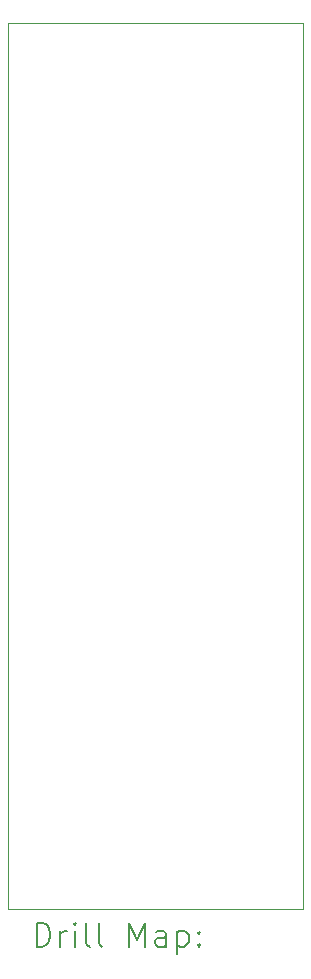
<source format=gbr>
%TF.GenerationSoftware,KiCad,Pcbnew,7.0.1-3b83917a11~171~ubuntu22.04.1*%
%TF.CreationDate,2023-04-15T23:20:16+01:00*%
%TF.ProjectId,spe_dongle,7370655f-646f-46e6-976c-652e6b696361,1.0*%
%TF.SameCoordinates,Original*%
%TF.FileFunction,Drillmap*%
%TF.FilePolarity,Positive*%
%FSLAX45Y45*%
G04 Gerber Fmt 4.5, Leading zero omitted, Abs format (unit mm)*
G04 Created by KiCad (PCBNEW 7.0.1-3b83917a11~171~ubuntu22.04.1) date 2023-04-15 23:20:16*
%MOMM*%
%LPD*%
G01*
G04 APERTURE LIST*
%ADD10C,0.100000*%
%ADD11C,0.200000*%
G04 APERTURE END LIST*
D10*
X13750000Y-5000000D02*
X16250000Y-5000000D01*
X16250000Y-12500000D01*
X13750000Y-12500000D01*
X13750000Y-5000000D01*
D11*
X13992619Y-12817524D02*
X13992619Y-12617524D01*
X13992619Y-12617524D02*
X14040238Y-12617524D01*
X14040238Y-12617524D02*
X14068809Y-12627048D01*
X14068809Y-12627048D02*
X14087857Y-12646095D01*
X14087857Y-12646095D02*
X14097381Y-12665143D01*
X14097381Y-12665143D02*
X14106905Y-12703238D01*
X14106905Y-12703238D02*
X14106905Y-12731809D01*
X14106905Y-12731809D02*
X14097381Y-12769905D01*
X14097381Y-12769905D02*
X14087857Y-12788952D01*
X14087857Y-12788952D02*
X14068809Y-12808000D01*
X14068809Y-12808000D02*
X14040238Y-12817524D01*
X14040238Y-12817524D02*
X13992619Y-12817524D01*
X14192619Y-12817524D02*
X14192619Y-12684190D01*
X14192619Y-12722286D02*
X14202143Y-12703238D01*
X14202143Y-12703238D02*
X14211667Y-12693714D01*
X14211667Y-12693714D02*
X14230714Y-12684190D01*
X14230714Y-12684190D02*
X14249762Y-12684190D01*
X14316428Y-12817524D02*
X14316428Y-12684190D01*
X14316428Y-12617524D02*
X14306905Y-12627048D01*
X14306905Y-12627048D02*
X14316428Y-12636571D01*
X14316428Y-12636571D02*
X14325952Y-12627048D01*
X14325952Y-12627048D02*
X14316428Y-12617524D01*
X14316428Y-12617524D02*
X14316428Y-12636571D01*
X14440238Y-12817524D02*
X14421190Y-12808000D01*
X14421190Y-12808000D02*
X14411667Y-12788952D01*
X14411667Y-12788952D02*
X14411667Y-12617524D01*
X14545000Y-12817524D02*
X14525952Y-12808000D01*
X14525952Y-12808000D02*
X14516428Y-12788952D01*
X14516428Y-12788952D02*
X14516428Y-12617524D01*
X14773571Y-12817524D02*
X14773571Y-12617524D01*
X14773571Y-12617524D02*
X14840238Y-12760381D01*
X14840238Y-12760381D02*
X14906905Y-12617524D01*
X14906905Y-12617524D02*
X14906905Y-12817524D01*
X15087857Y-12817524D02*
X15087857Y-12712762D01*
X15087857Y-12712762D02*
X15078333Y-12693714D01*
X15078333Y-12693714D02*
X15059286Y-12684190D01*
X15059286Y-12684190D02*
X15021190Y-12684190D01*
X15021190Y-12684190D02*
X15002143Y-12693714D01*
X15087857Y-12808000D02*
X15068809Y-12817524D01*
X15068809Y-12817524D02*
X15021190Y-12817524D01*
X15021190Y-12817524D02*
X15002143Y-12808000D01*
X15002143Y-12808000D02*
X14992619Y-12788952D01*
X14992619Y-12788952D02*
X14992619Y-12769905D01*
X14992619Y-12769905D02*
X15002143Y-12750857D01*
X15002143Y-12750857D02*
X15021190Y-12741333D01*
X15021190Y-12741333D02*
X15068809Y-12741333D01*
X15068809Y-12741333D02*
X15087857Y-12731809D01*
X15183095Y-12684190D02*
X15183095Y-12884190D01*
X15183095Y-12693714D02*
X15202143Y-12684190D01*
X15202143Y-12684190D02*
X15240238Y-12684190D01*
X15240238Y-12684190D02*
X15259286Y-12693714D01*
X15259286Y-12693714D02*
X15268809Y-12703238D01*
X15268809Y-12703238D02*
X15278333Y-12722286D01*
X15278333Y-12722286D02*
X15278333Y-12779428D01*
X15278333Y-12779428D02*
X15268809Y-12798476D01*
X15268809Y-12798476D02*
X15259286Y-12808000D01*
X15259286Y-12808000D02*
X15240238Y-12817524D01*
X15240238Y-12817524D02*
X15202143Y-12817524D01*
X15202143Y-12817524D02*
X15183095Y-12808000D01*
X15364048Y-12798476D02*
X15373571Y-12808000D01*
X15373571Y-12808000D02*
X15364048Y-12817524D01*
X15364048Y-12817524D02*
X15354524Y-12808000D01*
X15354524Y-12808000D02*
X15364048Y-12798476D01*
X15364048Y-12798476D02*
X15364048Y-12817524D01*
X15364048Y-12693714D02*
X15373571Y-12703238D01*
X15373571Y-12703238D02*
X15364048Y-12712762D01*
X15364048Y-12712762D02*
X15354524Y-12703238D01*
X15354524Y-12703238D02*
X15364048Y-12693714D01*
X15364048Y-12693714D02*
X15364048Y-12712762D01*
M02*

</source>
